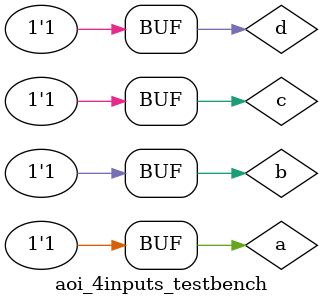
<source format=v>
module aoi_4inputs_testbench;
    reg a, b, c, d;
    wire out;

    and_or_invert_4inputs aoi_instance0(a, b, c, d, out);

    initial begin
            a=1'b0; b=1'b0; c=1'b0; d=1'b0; //expected out=1'b1
        #50 a=1'b0; b=1'b0; c=1'b0; d=1'b1; //expected out=1'b1
        #50 a=1'b0; b=1'b0; c=1'b1; d=1'b0; //expected out=1'b1
        #50 a=1'b0; b=1'b0; c=1'b1; d=1'b1; //expected out=1'b0

        #50 a=1'b0; b=1'b1; c=1'b0; d=1'b0; //expected out=1'b1
        #50 a=1'b0; b=1'b1; c=1'b0; d=1'b1; //expected out=1'b1
        #50 a=1'b0; b=1'b1; c=1'b1; d=1'b0; //expected out=1'b1
        #50 a=1'b0; b=1'b1; c=1'b1; d=1'b1; //expected out=1'b0

        #50 a=1'b1; b=1'b0; c=1'b0; d=1'b0; //expected out=1'b1
        #50 a=1'b1; b=1'b0; c=1'b0; d=1'b1; //expected out=1'b1
        #50 a=1'b1; b=1'b0; c=1'b1; d=1'b0; //expected out=1'b1
        #50 a=1'b1; b=1'b0; c=1'b1; d=1'b1; //expected out=1'b0

        #50 a=1'b1; b=1'b1; c=1'b0; d=1'b0; //expected out=1'b0
        #50 a=1'b1; b=1'b1; c=1'b0; d=1'b1; //expected out=1'b0
        #50 a=1'b1; b=1'b1; c=1'b1; d=1'b0; //expected out=1'b0
        #50 a=1'b1; b=1'b1; c=1'b1; d=1'b1; //expected out=1'b0
    end

endmodule

</source>
